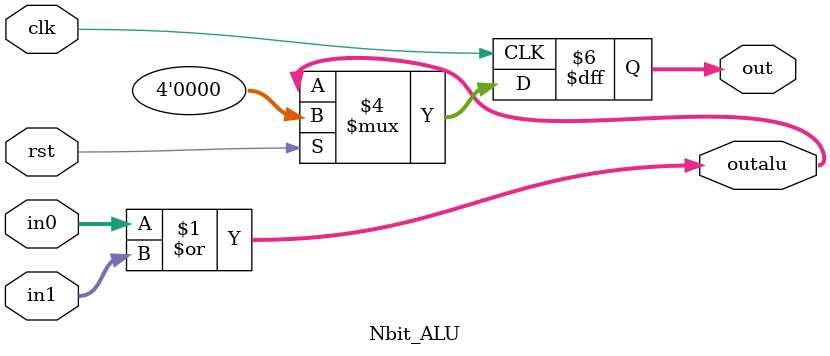
<source format=v>
module Nbit_ALU(out, clk, rst, outalu , in0 , in1);
parameter N_width = 4;
parameter OPCODE = 1;

input [N_width-1:0] in0 , in1;
input clk , rst;
output [N_width-1:0] outalu;
output reg [N_width-1:0] out;

assign outalu = (OPCODE == 0)? in0+in1 : (OPCODE == 1)? in0|in1 : (OPCODE == 2)? in0-in1 : in0^in1;

always @(posedge clk)begin
    if (rst) 
        out <= 0;
    else 
        out <= outalu; 
end
endmodule
</source>
